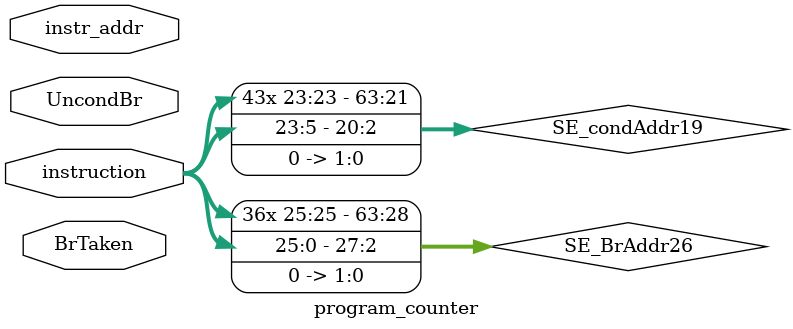
<source format=sv>
module program_counter (instr_addr, instruction, UncondBr, BrTaken);
	input logic [63:0] instr_addr; // address of instruction
	input logic [31:0] instruction;
	input logic UncondBr, BrTaken; // control inputs
	
	
	// calculating PC+4
	logic [63:0] PC4;
	assign PC4 = instr_addr + 4;
	
	
	// sign extend condAddr19 and BrAddr26 then shift left by 2
	logic [63:0] SE_condAddr19, SE_BrAddr26;
	assign SE_BrAddr26 = {{38{instruction[25]}}, instruction[25:0]} << 2;
	assign SE_condAddr19 = {{45{instruction[23]}}, instruction[23:5]} << 2;
	
	// 2:1 Mux to choose condAddr or BrAddr based on UncondBr control signal
	logic [63:0] addr;
	mux2_1 UncondBr_mux (.s0(UncondrBr), .a(SE_CondAddr19), .b(SE_CondBrAddr26), .out(addr));
	
	// add PC and branch value 
	// PC + SE(Addr) << 2
	logic [63:0] sum_PCandImm, carry_PCandImm;
	add64 PCandImm (.A(addr), .B(instr_addr), .subtract_signal(1'b0), .sum(sum_PCandImm), .carry_out(carry_PCandImm));
	
	// 2:1 Mux to choose between PC+4 and PC+addr
	logic [63:0] nextPC;
	mux2_1 BrTaken_mux (.s0(BrTaken), .a(PC4), .b(sum_PCandImm), .out(nextPC));
	
	
endmodule

module program_counter_testbench ();
	logic [63:0] instr_addr; // address of instruction
	logic [31:0] instruction;
	logic UncondBr, BrTaken; // control inputs

	program_counter dut (.*);

	// initial begin
		// instr_addr = {64{1'b1}}; instruction = ; UncondBr = 0; BrTaken = 0; #10;
		// instr_addr = {64{1'b1}}; instruction = ; UncondBr = 0; BrTaken = 0; #10;
		// instr_addr = {64{1'b1}}; instruction = ; UncondBr = 0; BrTaken = 0; #10;
		// instr_addr = {64{1'b1}}; instruction = ; UncondBr = 0; BrTaken = 0; #10;
	// end
endmodule
</source>
